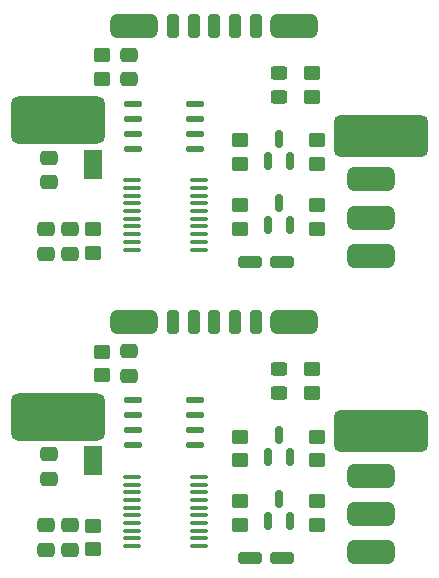
<source format=gbs>
G04 #@! TF.GenerationSoftware,KiCad,Pcbnew,9.0.4*
G04 #@! TF.CreationDate,2025-12-28T16:32:26+01:00*
G04 #@! TF.ProjectId,UWU_AK_V3_Mouse,5557555f-414b-45f5-9633-5f4d6f757365,rev?*
G04 #@! TF.SameCoordinates,Original*
G04 #@! TF.FileFunction,Soldermask,Bot*
G04 #@! TF.FilePolarity,Negative*
%FSLAX46Y46*%
G04 Gerber Fmt 4.6, Leading zero omitted, Abs format (unit mm)*
G04 Created by KiCad (PCBNEW 9.0.4) date 2025-12-28 16:32:26*
%MOMM*%
%LPD*%
G01*
G04 APERTURE LIST*
G04 Aperture macros list*
%AMRoundRect*
0 Rectangle with rounded corners*
0 $1 Rounding radius*
0 $2 $3 $4 $5 $6 $7 $8 $9 X,Y pos of 4 corners*
0 Add a 4 corners polygon primitive as box body*
4,1,4,$2,$3,$4,$5,$6,$7,$8,$9,$2,$3,0*
0 Add four circle primitives for the rounded corners*
1,1,$1+$1,$2,$3*
1,1,$1+$1,$4,$5*
1,1,$1+$1,$6,$7*
1,1,$1+$1,$8,$9*
0 Add four rect primitives between the rounded corners*
20,1,$1+$1,$2,$3,$4,$5,0*
20,1,$1+$1,$4,$5,$6,$7,0*
20,1,$1+$1,$6,$7,$8,$9,0*
20,1,$1+$1,$8,$9,$2,$3,0*%
%AMFreePoly0*
4,1,6,1.000000,0.000000,0.500000,-0.750000,-0.500000,-0.750000,-0.500000,0.750000,0.500000,0.750000,1.000000,0.000000,1.000000,0.000000,$1*%
%AMFreePoly1*
4,1,6,0.500000,-0.750000,-0.650000,-0.750000,-0.150000,0.000000,-0.650000,0.750000,0.500000,0.750000,0.500000,-0.750000,0.500000,-0.750000,$1*%
G04 Aperture macros list end*
%ADD10RoundRect,0.600000X-3.400000X-1.400000X3.400000X-1.400000X3.400000X1.400000X-3.400000X1.400000X0*%
%ADD11RoundRect,0.525000X3.475000X1.225000X-3.475000X1.225000X-3.475000X-1.225000X3.475000X-1.225000X0*%
%ADD12RoundRect,0.250000X0.450000X-0.350000X0.450000X0.350000X-0.450000X0.350000X-0.450000X-0.350000X0*%
%ADD13RoundRect,0.250000X0.475000X-0.337500X0.475000X0.337500X-0.475000X0.337500X-0.475000X-0.337500X0*%
%ADD14RoundRect,0.250000X0.250000X0.750000X-0.250000X0.750000X-0.250000X-0.750000X0.250000X-0.750000X0*%
%ADD15RoundRect,0.100000X-0.637500X-0.100000X0.637500X-0.100000X0.637500X0.100000X-0.637500X0.100000X0*%
%ADD16RoundRect,0.250000X-0.475000X0.337500X-0.475000X-0.337500X0.475000X-0.337500X0.475000X0.337500X0*%
%ADD17RoundRect,0.500000X-1.500000X0.500000X-1.500000X-0.500000X1.500000X-0.500000X1.500000X0.500000X0*%
%ADD18RoundRect,0.250000X-0.450000X0.350000X-0.450000X-0.350000X0.450000X-0.350000X0.450000X0.350000X0*%
%ADD19RoundRect,0.250000X-0.750000X0.250000X-0.750000X-0.250000X0.750000X-0.250000X0.750000X0.250000X0*%
%ADD20FreePoly0,270.000000*%
%ADD21FreePoly1,270.000000*%
%ADD22RoundRect,0.250000X-0.450000X0.325000X-0.450000X-0.325000X0.450000X-0.325000X0.450000X0.325000X0*%
%ADD23RoundRect,0.500000X1.500000X-0.500000X1.500000X0.500000X-1.500000X0.500000X-1.500000X-0.500000X0*%
%ADD24RoundRect,0.150000X0.150000X-0.587500X0.150000X0.587500X-0.150000X0.587500X-0.150000X-0.587500X0*%
%ADD25RoundRect,0.137500X0.612500X0.137500X-0.612500X0.137500X-0.612500X-0.137500X0.612500X-0.137500X0*%
G04 APERTURE END LIST*
G36*
X110750000Y-74430000D02*
G01*
X112250000Y-74430000D01*
X112250000Y-76880000D01*
X110750000Y-76880000D01*
X110750000Y-74430000D01*
G37*
G36*
X110750000Y-99525000D02*
G01*
X112250000Y-99525000D01*
X112250000Y-101975000D01*
X110750000Y-101975000D01*
X110750000Y-99525000D01*
G37*
D10*
X108500000Y-97000000D03*
D11*
X135875000Y-98250000D03*
X135875000Y-73250000D03*
D10*
X108500000Y-71905000D03*
D12*
X123950000Y-106187500D03*
X123950000Y-104187500D03*
D13*
X109500000Y-83192500D03*
X109500000Y-81117500D03*
X114500000Y-93537500D03*
X114500000Y-91462500D03*
D14*
X121750000Y-89000000D03*
D15*
X114750000Y-107950000D03*
X114750000Y-107300000D03*
X114750000Y-106650000D03*
X114750000Y-106000000D03*
X114750000Y-105350000D03*
X114750000Y-104700000D03*
X114750000Y-104050000D03*
X114750000Y-103400000D03*
X114750000Y-102750000D03*
X114750000Y-102100000D03*
X120475000Y-102100000D03*
X120475000Y-102750000D03*
X120475000Y-103400000D03*
X120475000Y-104050000D03*
X120475000Y-104700000D03*
X120475000Y-105350000D03*
X120475000Y-106000000D03*
X120475000Y-106650000D03*
X120475000Y-107300000D03*
X120475000Y-107950000D03*
D14*
X125250000Y-63905000D03*
D16*
X107750000Y-75080000D03*
X107750000Y-77155000D03*
D17*
X128500000Y-63905000D03*
D12*
X123950000Y-100687500D03*
X123950000Y-98687500D03*
D18*
X112250000Y-91500000D03*
X112250000Y-93500000D03*
X130450000Y-98687500D03*
X130450000Y-100687500D03*
D12*
X130000000Y-69905000D03*
X130000000Y-67905000D03*
D19*
X127500000Y-109000000D03*
D20*
X111500000Y-74930000D03*
D21*
X111500000Y-76380000D03*
D22*
X127250000Y-67880001D03*
X127250000Y-69929999D03*
D23*
X135000000Y-80155000D03*
X135000000Y-83405000D03*
D14*
X121750000Y-63905000D03*
D18*
X111500000Y-81155000D03*
X111500000Y-83155000D03*
D19*
X124750000Y-109000000D03*
D14*
X118250000Y-89000000D03*
X125250000Y-89000000D03*
D17*
X128500000Y-89000000D03*
D22*
X127250000Y-92975001D03*
X127250000Y-95024999D03*
D13*
X109500000Y-108287500D03*
X109500000Y-106212500D03*
D23*
X135000000Y-105250000D03*
D24*
X128200000Y-80780000D03*
X126300000Y-80780000D03*
X127250000Y-78904999D03*
D14*
X123500000Y-63905000D03*
D18*
X130450000Y-79092500D03*
X130450000Y-81092500D03*
D13*
X114500000Y-68442500D03*
X114500000Y-66367500D03*
D12*
X130000000Y-95000000D03*
X130000000Y-93000000D03*
D18*
X130450000Y-104187500D03*
X130450000Y-106187500D03*
D19*
X124750000Y-83905000D03*
D12*
X123950000Y-81092500D03*
X123950000Y-79092500D03*
D18*
X112250000Y-66405000D03*
X112250000Y-68405000D03*
D14*
X120000000Y-63905000D03*
D18*
X111500000Y-106250000D03*
X111500000Y-108250000D03*
D19*
X127500000Y-83905000D03*
D16*
X107750000Y-100175000D03*
X107750000Y-102250000D03*
D14*
X118250000Y-63905000D03*
D24*
X128200000Y-105875000D03*
X126300000Y-105875000D03*
X127250000Y-103999999D03*
D12*
X123950000Y-75592500D03*
X123950000Y-73592500D03*
D25*
X120150000Y-95595001D03*
X120150000Y-96865000D03*
X120150000Y-98135000D03*
X120150000Y-99404999D03*
X114850000Y-99404999D03*
X114850000Y-98135000D03*
X114850000Y-96865000D03*
X114850000Y-95595001D03*
D24*
X128200000Y-100437500D03*
X126300000Y-100437500D03*
X127250000Y-98562499D03*
D25*
X120150000Y-70500001D03*
X120150000Y-71770000D03*
X120150000Y-73040000D03*
X120150000Y-74309999D03*
X114850000Y-74309999D03*
X114850000Y-73040000D03*
X114850000Y-71770000D03*
X114850000Y-70500001D03*
D14*
X120000000Y-89000000D03*
D17*
X115000000Y-89000000D03*
X135000000Y-102000000D03*
X135000000Y-76905000D03*
D16*
X107499999Y-106212500D03*
X107499999Y-108287500D03*
D15*
X114750000Y-82855000D03*
X114750000Y-82205000D03*
X114750000Y-81555000D03*
X114750000Y-80905000D03*
X114750000Y-80255000D03*
X114750000Y-79605000D03*
X114750000Y-78955000D03*
X114750000Y-78305000D03*
X114750000Y-77655000D03*
X114750000Y-77005000D03*
X120475000Y-77005000D03*
X120475000Y-77655000D03*
X120475000Y-78305000D03*
X120475000Y-78955000D03*
X120475000Y-79605000D03*
X120475000Y-80255000D03*
X120475000Y-80905000D03*
X120475000Y-81555000D03*
X120475000Y-82205000D03*
X120475000Y-82855000D03*
D20*
X111500000Y-100025000D03*
D21*
X111500000Y-101475000D03*
D16*
X107499999Y-81117500D03*
X107499999Y-83192500D03*
D18*
X130450000Y-73592500D03*
X130450000Y-75592500D03*
D23*
X135000000Y-108500000D03*
D17*
X115000000Y-63905000D03*
D14*
X123500000Y-89000000D03*
D24*
X128200000Y-75342500D03*
X126300000Y-75342500D03*
X127250000Y-73467499D03*
M02*

</source>
